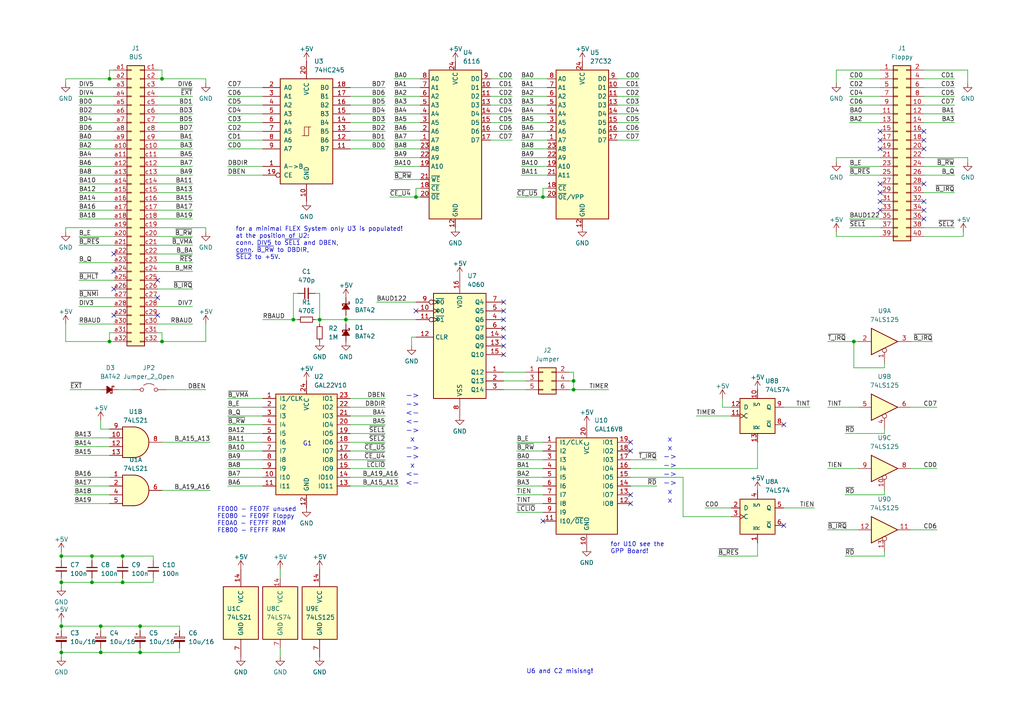
<source format=kicad_sch>
(kicad_sch (version 20231120) (generator "eeschema") (generator_version "8.0")
  (paper "A4")
  (title_block (title "CPU09FLX") (date "2025-01-31") (rev "v1.0") (company "100% Offner") (comment 1 "redraw from kees1948 FLEX and UniFLEX System"))
  (junction (at 157.48 57.15))
  (junction (at 29.21 189.23))
  (junction (at 17.78 189.23))
  (junction (at 31.75 22.86))
  (junction (at 100.33 92.71))
  (junction (at 17.78 168.91))
  (junction (at 46.99 99.06))
  (junction (at 40.64 181.61))
  (junction (at 40.64 189.23))
  (junction (at 35.56 161.29))
  (junction (at 166.37 113.03))
  (junction (at 35.56 168.91))
  (junction (at 31.75 99.06))
  (junction (at 26.67 161.29))
  (junction (at 247.65 99.06))
  (junction (at 92.71 92.71))
  (junction (at 85.09 92.71))
  (junction (at 26.67 168.91))
  (junction (at 166.37 110.49))
  (junction (at 17.78 161.29))
  (junction (at 120.65 57.15))
  (junction (at 17.78 181.61))
  (junction (at 46.99 22.86))
  (junction (at 29.21 181.61))
  (no_connect (at 255.27 58.42))
  (no_connect (at 227.33 152.4))
  (no_connect (at 182.88 143.51))
  (no_connect (at 182.88 146.05))
  (no_connect (at 267.97 58.42))
  (no_connect (at 255.27 40.64))
  (no_connect (at 267.97 53.34))
  (no_connect (at 146.05 97.79))
  (no_connect (at 267.97 43.18))
  (no_connect (at 267.97 60.96))
  (no_connect (at 33.02 91.44))
  (no_connect (at 182.88 130.81))
  (no_connect (at 227.33 123.19))
  (no_connect (at 146.05 92.71))
  (no_connect (at 255.27 53.34))
  (no_connect (at 255.27 38.1))
  (no_connect (at 45.72 91.44))
  (no_connect (at 33.02 78.74))
  (no_connect (at 267.97 38.1))
  (no_connect (at 255.27 55.88))
  (no_connect (at 146.05 100.33))
  (no_connect (at 120.65 90.17))
  (no_connect (at 45.72 86.36))
  (no_connect (at 146.05 87.63))
  (no_connect (at 146.05 90.17))
  (no_connect (at 146.05 102.87))
  (no_connect (at 157.48 151.13))
  (no_connect (at 33.02 83.82))
  (no_connect (at 146.05 95.25))
  (no_connect (at 255.27 60.96))
  (no_connect (at 33.02 73.66))
  (no_connect (at 267.97 40.64))
  (no_connect (at 267.97 63.5))
  (no_connect (at 45.72 81.28))
  (no_connect (at 182.88 128.27))
  (no_connect (at 255.27 43.18))
  (wire (pts (xy 242.57 68.58) (xy 255.27 68.58)))
  (wire (pts (xy 267.97 35.56) (xy 276.86 35.56)))
  (wire (pts (xy 240.03 153.67) (xy 248.92 153.67)))
  (wire (pts (xy 114.3 30.48) (xy 121.92 30.48)))
  (wire (pts (xy 45.72 63.5) (xy 55.88 63.5)))
  (wire (pts (xy 45.72 33.02) (xy 55.88 33.02)))
  (wire (pts (xy 101.6 135.89) (xy 111.76 135.89)))
  (wire (pts (xy 19.05 99.06) (xy 19.05 93.98)))
  (wire (pts (xy 66.04 50.8) (xy 76.2 50.8)))
  (wire (pts (xy 264.16 135.89) (xy 271.78 135.89)))
  (wire (pts (xy 48.26 113.03) (xy 59.69 113.03)))
  (wire (pts (xy 113.03 57.15) (xy 120.65 57.15)))
  (wire (pts (xy 44.45 168.91) (xy 35.56 168.91)))
  (wire (pts (xy 92.71 92.71) (xy 100.33 92.71)))
  (wire (pts (xy 17.78 170.18) (xy 17.78 168.91)))
  (wire (pts (xy 267.97 27.94) (xy 276.86 27.94)))
  (wire (pts (xy 204.47 147.32) (xy 212.09 147.32)))
  (wire (pts (xy 45.72 38.1) (xy 55.88 38.1)))
  (wire (pts (xy 35.56 167.64) (xy 35.56 168.91)))
  (wire (pts (xy 45.72 50.8) (xy 55.88 50.8)))
  (wire (pts (xy 101.6 118.11) (xy 111.76 118.11)))
  (wire (pts (xy 151.13 40.64) (xy 158.75 40.64)))
  (wire (pts (xy 45.72 40.64) (xy 55.88 40.64)))
  (wire (pts (xy 19.05 22.86) (xy 19.05 24.13)))
  (wire (pts (xy 101.6 30.48) (xy 111.76 30.48)))
  (wire (pts (xy 101.6 125.73) (xy 111.76 125.73)))
  (wire (pts (xy 45.72 35.56) (xy 55.88 35.56)))
  (wire (pts (xy 66.04 38.1) (xy 76.2 38.1)))
  (wire (pts (xy 256.54 142.24) (xy 256.54 143.51)))
  (wire (pts (xy 219.71 135.89) (xy 219.71 128.27)))
  (wire (pts (xy 45.72 25.4) (xy 55.88 25.4)))
  (wire (pts (xy 267.97 50.8) (xy 276.86 50.8)))
  (wire (pts (xy 45.72 96.52) (xy 46.99 96.52)))
  (wire (pts (xy 44.45 167.64) (xy 44.45 168.91)))
  (wire (pts (xy 256.54 160.02) (xy 256.54 161.29)))
  (wire (pts (xy 148.59 40.64) (xy 142.24 40.64)))
  (wire (pts (xy 151.13 33.02) (xy 158.75 33.02)))
  (wire (pts (xy 22.86 55.88) (xy 33.02 55.88)))
  (wire (pts (xy 247.65 99.06) (xy 248.92 99.06)))
  (wire (pts (xy 66.04 133.35) (xy 76.2 133.35)))
  (wire (pts (xy 151.13 50.8) (xy 158.75 50.8)))
  (wire (pts (xy 270.51 99.06) (xy 264.16 99.06)))
  (wire (pts (xy 151.13 43.18) (xy 158.75 43.18)))
  (wire (pts (xy 246.38 30.48) (xy 255.27 30.48)))
  (wire (pts (xy 152.4 107.95) (xy 146.05 107.95)))
  (wire (pts (xy 101.6 133.35) (xy 111.76 133.35)))
  (wire (pts (xy 22.86 33.02) (xy 33.02 33.02)))
  (wire (pts (xy 21.59 127) (xy 31.75 127)))
  (wire (pts (xy 182.88 140.97) (xy 190.5 140.97)))
  (wire (pts (xy 256.54 124.46) (xy 256.54 125.73)))
  (wire (pts (xy 100.33 92.71) (xy 120.65 92.71)))
  (wire (pts (xy 101.6 138.43) (xy 115.57 138.43)))
  (wire (pts (xy 66.04 115.57) (xy 76.2 115.57)))
  (wire (pts (xy 31.75 22.86) (xy 33.02 22.86)))
  (wire (pts (xy 101.6 33.02) (xy 111.76 33.02)))
  (wire (pts (xy 66.04 128.27) (xy 76.2 128.27)))
  (wire (pts (xy 158.75 54.61) (xy 157.48 54.61)))
  (wire (pts (xy 35.56 161.29) (xy 44.45 161.29)))
  (wire (pts (xy 66.04 130.81) (xy 76.2 130.81)))
  (wire (pts (xy 151.13 48.26) (xy 158.75 48.26)))
  (wire (pts (xy 81.28 187.96) (xy 81.28 190.5)))
  (wire (pts (xy 33.02 99.06) (xy 31.75 99.06)))
  (wire (pts (xy 151.13 25.4) (xy 158.75 25.4)))
  (wire (pts (xy 46.99 22.86) (xy 45.72 22.86)))
  (wire (pts (xy 22.86 60.96) (xy 33.02 60.96)))
  (wire (pts (xy 149.86 138.43) (xy 157.48 138.43)))
  (wire (pts (xy 149.86 143.51) (xy 157.48 143.51)))
  (wire (pts (xy 114.3 52.07) (xy 121.92 52.07)))
  (wire (pts (xy 114.3 40.64) (xy 121.92 40.64)))
  (wire (pts (xy 267.97 30.48) (xy 276.86 30.48)))
  (wire (pts (xy 45.72 45.72) (xy 55.88 45.72)))
  (wire (pts (xy 22.86 58.42) (xy 33.02 58.42)))
  (wire (pts (xy 185.42 22.86) (xy 179.07 22.86)))
  (wire (pts (xy 264.16 118.11) (xy 271.78 118.11)))
  (wire (pts (xy 209.55 115.57) (xy 209.55 118.11)))
  (wire (pts (xy 21.59 129.54) (xy 31.75 129.54)))
  (wire (pts (xy 66.04 33.02) (xy 76.2 33.02)))
  (wire (pts (xy 19.05 66.04) (xy 33.02 66.04)))
  (wire (pts (xy 152.4 113.03) (xy 146.05 113.03)))
  (wire (pts (xy 17.78 161.29) (xy 17.78 160.02)))
  (wire (pts (xy 21.59 140.97) (xy 31.75 140.97)))
  (wire (pts (xy 22.86 63.5) (xy 33.02 63.5)))
  (wire (pts (xy 109.22 87.63) (xy 120.65 87.63)))
  (wire (pts (xy 114.3 33.02) (xy 121.92 33.02)))
  (wire (pts (xy 208.28 161.29) (xy 219.71 161.29)))
  (wire (pts (xy 22.86 68.58) (xy 33.02 68.58)))
  (wire (pts (xy 31.75 124.46) (xy 29.21 124.46)))
  (wire (pts (xy 92.71 92.71) (xy 92.71 93.98)))
  (wire (pts (xy 22.86 30.48) (xy 33.02 30.48)))
  (wire (pts (xy 148.59 33.02) (xy 142.24 33.02)))
  (wire (pts (xy 166.37 113.03) (xy 165.1 113.03)))
  (wire (pts (xy 246.38 25.4) (xy 255.27 25.4)))
  (wire (pts (xy 85.09 85.09) (xy 85.09 92.71)))
  (wire (pts (xy 59.69 66.04) (xy 59.69 67.31)))
  (wire (pts (xy 29.21 181.61) (xy 40.64 181.61)))
  (wire (pts (xy 151.13 27.94) (xy 158.75 27.94)))
  (wire (pts (xy 267.97 66.04) (xy 276.86 66.04)))
  (wire (pts (xy 31.75 22.86) (xy 19.05 22.86)))
  (wire (pts (xy 21.59 143.51) (xy 31.75 143.51)))
  (wire (pts (xy 22.86 25.4) (xy 33.02 25.4)))
  (wire (pts (xy 264.16 153.67) (xy 271.78 153.67)))
  (wire (pts (xy 198.12 149.86) (xy 212.09 149.86)))
  (wire (pts (xy 246.38 35.56) (xy 255.27 35.56)))
  (wire (pts (xy 21.59 138.43) (xy 31.75 138.43)))
  (wire (pts (xy 149.86 133.35) (xy 157.48 133.35)))
  (wire (pts (xy 19.05 66.04) (xy 19.05 67.31)))
  (wire (pts (xy 22.86 71.12) (xy 33.02 71.12)))
  (wire (pts (xy 101.6 40.64) (xy 111.76 40.64)))
  (wire (pts (xy 256.54 105.41) (xy 256.54 106.68)))
  (wire (pts (xy 52.07 189.23) (xy 40.64 189.23)))
  (wire (pts (xy 267.97 20.32) (xy 280.67 20.32)))
  (wire (pts (xy 246.38 48.26) (xy 255.27 48.26)))
  (wire (pts (xy 198.12 149.86) (xy 198.12 138.43)))
  (wire (pts (xy 157.48 54.61) (xy 157.48 57.15)))
  (wire (pts (xy 101.6 115.57) (xy 111.76 115.57)))
  (wire (pts (xy 242.57 46.99) (xy 242.57 45.72)))
  (wire (pts (xy 91.44 85.09) (xy 92.71 85.09)))
  (wire (pts (xy 22.86 88.9) (xy 33.02 88.9)))
  (wire (pts (xy 22.86 48.26) (xy 33.02 48.26)))
  (wire (pts (xy 255.27 20.32) (xy 242.57 20.32)))
  (wire (pts (xy 148.59 27.94) (xy 142.24 27.94)))
  (wire (pts (xy 227.33 147.32) (xy 236.22 147.32)))
  (wire (pts (xy 280.67 20.32) (xy 280.67 24.13)))
  (wire (pts (xy 227.33 118.11) (xy 234.95 118.11)))
  (wire (pts (xy 242.57 67.31) (xy 242.57 68.58)))
  (wire (pts (xy 46.99 128.27) (xy 60.96 128.27)))
  (wire (pts (xy 45.72 83.82) (xy 55.88 83.82)))
  (wire (pts (xy 46.99 99.06) (xy 59.69 99.06)))
  (wire (pts (xy 152.4 110.49) (xy 146.05 110.49)))
  (wire (pts (xy 31.75 96.52) (xy 31.75 99.06)))
  (wire (pts (xy 185.42 38.1) (xy 179.07 38.1)))
  (wire (pts (xy 45.72 78.74) (xy 55.88 78.74)))
  (wire (pts (xy 66.04 118.11) (xy 76.2 118.11)))
  (wire (pts (xy 149.86 130.81) (xy 157.48 130.81)))
  (wire (pts (xy 114.3 27.94) (xy 121.92 27.94)))
  (wire (pts (xy 114.3 45.72) (xy 121.92 45.72)))
  (wire (pts (xy 182.88 135.89) (xy 219.71 135.89)))
  (wire (pts (xy 29.21 124.46) (xy 29.21 121.92)))
  (wire (pts (xy 22.86 27.94) (xy 33.02 27.94)))
  (wire (pts (xy 22.86 86.36) (xy 33.02 86.36)))
  (wire (pts (xy 240.03 118.11) (xy 248.92 118.11)))
  (wire (pts (xy 22.86 53.34) (xy 33.02 53.34)))
  (wire (pts (xy 120.65 97.79) (xy 119.38 97.79)))
  (wire (pts (xy 101.6 120.65) (xy 111.76 120.65)))
  (wire (pts (xy 100.33 92.71) (xy 100.33 93.98)))
  (wire (pts (xy 26.67 161.29) (xy 35.56 161.29)))
  (wire (pts (xy 185.42 30.48) (xy 179.07 30.48)))
  (wire (pts (xy 22.86 50.8) (xy 33.02 50.8)))
  (wire (pts (xy 52.07 181.61) (xy 52.07 182.88)))
  (wire (pts (xy 66.04 120.65) (xy 76.2 120.65)))
  (wire (pts (xy 26.67 167.64) (xy 26.67 168.91)))
  (wire (pts (xy 151.13 38.1) (xy 158.75 38.1)))
  (wire (pts (xy 120.65 57.15) (xy 121.92 57.15)))
  (wire (pts (xy 40.64 181.61) (xy 40.64 182.88)))
  (wire (pts (xy 45.72 58.42) (xy 55.88 58.42)))
  (wire (pts (xy 148.59 35.56) (xy 142.24 35.56)))
  (wire (pts (xy 185.42 40.64) (xy 179.07 40.64)))
  (wire (pts (xy 22.86 81.28) (xy 33.02 81.28)))
  (wire (pts (xy 245.11 161.29) (xy 256.54 161.29)))
  (wire (pts (xy 182.88 133.35) (xy 190.5 133.35)))
  (wire (pts (xy 33.02 20.32) (xy 31.75 20.32)))
  (wire (pts (xy 66.04 43.18) (xy 76.2 43.18)))
  (wire (pts (xy 45.72 30.48) (xy 55.88 30.48)))
  (wire (pts (xy 185.42 35.56) (xy 179.07 35.56)))
  (wire (pts (xy 45.72 73.66) (xy 55.88 73.66)))
  (wire (pts (xy 45.72 53.34) (xy 55.88 53.34)))
  (wire (pts (xy 148.59 38.1) (xy 142.24 38.1)))
  (wire (pts (xy 21.59 146.05) (xy 31.75 146.05)))
  (wire (pts (xy 46.99 96.52) (xy 46.99 99.06)))
  (wire (pts (xy 17.78 181.61) (xy 17.78 180.34)))
  (wire (pts (xy 246.38 22.86) (xy 255.27 22.86)))
  (wire (pts (xy 45.72 20.32) (xy 46.99 20.32)))
  (wire (pts (xy 246.38 66.04) (xy 255.27 66.04)))
  (wire (pts (xy 22.86 93.98) (xy 33.02 93.98)))
  (wire (pts (xy 40.64 189.23) (xy 29.21 189.23)))
  (wire (pts (xy 101.6 123.19) (xy 111.76 123.19)))
  (wire (pts (xy 267.97 48.26) (xy 276.86 48.26)))
  (wire (pts (xy 20.32 113.03) (xy 29.21 113.03)))
  (wire (pts (xy 59.69 22.86) (xy 59.69 24.13)))
  (wire (pts (xy 45.72 60.96) (xy 55.88 60.96)))
  (wire (pts (xy 46.99 142.24) (xy 60.96 142.24)))
  (wire (pts (xy 45.72 68.58) (xy 55.88 68.58)))
  (wire (pts (xy 166.37 113.03) (xy 176.53 113.03)))
  (wire (pts (xy 246.38 33.02) (xy 255.27 33.02)))
  (wire (pts (xy 114.3 25.4) (xy 121.92 25.4)))
  (wire (pts (xy 26.67 161.29) (xy 26.67 162.56)))
  (wire (pts (xy 66.04 30.48) (xy 76.2 30.48)))
  (wire (pts (xy 246.38 50.8) (xy 255.27 50.8)))
  (wire (pts (xy 120.65 54.61) (xy 120.65 57.15)))
  (wire (pts (xy 245.11 125.73) (xy 256.54 125.73)))
  (wire (pts (xy 280.67 46.99) (xy 280.67 45.72)))
  (wire (pts (xy 17.78 162.56) (xy 17.78 161.29)))
  (wire (pts (xy 45.72 55.88) (xy 55.88 55.88)))
  (wire (pts (xy 92.71 85.09) (xy 92.71 92.71)))
  (wire (pts (xy 219.71 161.29) (xy 219.71 157.48)))
  (wire (pts (xy 114.3 43.18) (xy 121.92 43.18)))
  (wire (pts (xy 101.6 35.56) (xy 111.76 35.56)))
  (wire (pts (xy 45.72 76.2) (xy 55.88 76.2)))
  (wire (pts (xy 22.86 43.18) (xy 33.02 43.18)))
  (wire (pts (xy 29.21 187.96) (xy 29.21 189.23)))
  (wire (pts (xy 66.04 123.19) (xy 76.2 123.19)))
  (wire (pts (xy 101.6 27.94) (xy 111.76 27.94)))
  (wire (pts (xy 31.75 99.06) (xy 19.05 99.06)))
  (wire (pts (xy 17.78 190.5) (xy 17.78 189.23)))
  (wire (pts (xy 85.09 92.71) (xy 86.36 92.71)))
  (wire (pts (xy 267.97 25.4) (xy 276.86 25.4)))
  (wire (pts (xy 66.04 135.89) (xy 76.2 135.89)))
  (wire (pts (xy 66.04 35.56) (xy 76.2 35.56)))
  (wire (pts (xy 22.86 38.1) (xy 33.02 38.1)))
  (wire (pts (xy 76.2 92.71) (xy 85.09 92.71)))
  (wire (pts (xy 45.72 48.26) (xy 55.88 48.26)))
  (wire (pts (xy 66.04 125.73) (xy 76.2 125.73)))
  (wire (pts (xy 182.88 138.43) (xy 198.12 138.43)))
  (wire (pts (xy 45.72 27.94) (xy 55.88 27.94)))
  (wire (pts (xy 45.72 88.9) (xy 55.88 88.9)))
  (wire (pts (xy 149.86 57.15) (xy 157.48 57.15)))
  (wire (pts (xy 114.3 48.26) (xy 121.92 48.26)))
  (wire (pts (xy 46.99 20.32) (xy 46.99 22.86)))
  (wire (pts (xy 66.04 138.43) (xy 76.2 138.43)))
  (wire (pts (xy 151.13 22.86) (xy 158.75 22.86)))
  (wire (pts (xy 165.1 107.95) (xy 166.37 107.95)))
  (wire (pts (xy 114.3 22.86) (xy 121.92 22.86)))
  (wire (pts (xy 185.42 33.02) (xy 179.07 33.02)))
  (wire (pts (xy 101.6 43.18) (xy 111.76 43.18)))
  (wire (pts (xy 45.72 93.98) (xy 55.88 93.98)))
  (wire (pts (xy 66.04 140.97) (xy 76.2 140.97)))
  (wire (pts (xy 38.1 113.03) (xy 34.29 113.03)))
  (wire (pts (xy 246.38 27.94) (xy 255.27 27.94)))
  (wire (pts (xy 17.78 168.91) (xy 17.78 167.64)))
  (wire (pts (xy 151.13 45.72) (xy 158.75 45.72)))
  (wire (pts (xy 35.56 168.91) (xy 26.67 168.91)))
  (wire (pts (xy 267.97 22.86) (xy 276.86 22.86)))
  (wire (pts (xy 66.04 27.94) (xy 76.2 27.94)))
  (wire (pts (xy 267.97 55.88) (xy 276.86 55.88)))
  (wire (pts (xy 212.09 120.65) (xy 201.93 120.65)))
  (wire (pts (xy 240.03 99.06) (xy 247.65 99.06)))
  (wire (pts (xy 101.6 25.4) (xy 111.76 25.4)))
  (wire (pts (xy 45.72 66.04) (xy 59.69 66.04)))
  (wire (pts (xy 246.38 63.5) (xy 255.27 63.5)))
  (wire (pts (xy 256.54 106.68) (xy 247.65 106.68)))
  (wire (pts (xy 29.21 189.23) (xy 17.78 189.23)))
  (wire (pts (xy 119.38 97.79) (xy 119.38 100.33)))
  (wire (pts (xy 114.3 35.56) (xy 121.92 35.56)))
  (wire (pts (xy 17.78 181.61) (xy 29.21 181.61)))
  (wire (pts (xy 26.67 168.91) (xy 17.78 168.91)))
  (wire (pts (xy 267.97 45.72) (xy 280.67 45.72)))
  (wire (pts (xy 86.36 85.09) (xy 85.09 85.09)))
  (wire (pts (xy 40.64 187.96) (xy 40.64 189.23)))
  (wire (pts (xy 91.44 92.71) (xy 92.71 92.71)))
  (wire (pts (xy 22.86 35.56) (xy 33.02 35.56)))
  (wire (pts (xy 245.11 143.51) (xy 256.54 143.51)))
  (wire (pts (xy 149.86 128.27) (xy 157.48 128.27)))
  (wire (pts (xy 45.72 71.12) (xy 55.88 71.12)))
  (wire (pts (xy 148.59 22.86) (xy 142.24 22.86)))
  (wire (pts (xy 35.56 161.29) (xy 35.56 162.56)))
  (wire (pts (xy 29.21 181.61) (xy 29.21 182.88)))
  (wire (pts (xy 59.69 99.06) (xy 59.69 93.98)))
  (wire (pts (xy 101.6 140.97) (xy 115.57 140.97)))
  (wire (pts (xy 66.04 48.26) (xy 76.2 48.26)))
  (wire (pts (xy 165.1 110.49) (xy 166.37 110.49)))
  (wire (pts (xy 22.86 40.64) (xy 33.02 40.64)))
  (wire (pts (xy 148.59 30.48) (xy 142.24 30.48)))
  (wire (pts (xy 33.02 96.52) (xy 31.75 96.52)))
  (wire (pts (xy 101.6 130.81) (xy 111.76 130.81)))
  (wire (pts (xy 66.04 25.4) (xy 76.2 25.4)))
  (wire (pts (xy 22.86 76.2) (xy 33.02 76.2)))
  (wire (pts (xy 240.03 135.89) (xy 248.92 135.89)))
  (wire (pts (xy 185.42 25.4) (xy 179.07 25.4)))
  (wire (pts (xy 149.86 146.05) (xy 157.48 146.05)))
  (wire (pts (xy 149.86 135.89) (xy 157.48 135.89)))
  (wire (pts (xy 101.6 128.27) (xy 111.76 128.27)))
  (wire (pts (xy 157.48 57.15) (xy 158.75 57.15)))
  (wire (pts (xy 279.4 67.31) (xy 279.4 68.58)))
  (wire (pts (xy 45.72 99.06) (xy 46.99 99.06)))
  (wire (pts (xy 247.65 106.68) (xy 247.65 99.06)))
  (wire (pts (xy 17.78 182.88) (xy 17.78 181.61)))
  (wire (pts (xy 40.64 181.61) (xy 52.07 181.61)))
  (wire (pts (xy 31.75 20.32) (xy 31.75 22.86)))
  (wire (pts (xy 17.78 161.29) (xy 26.67 161.29)))
  (wire (pts (xy 21.59 132.08) (xy 31.75 132.08)))
  (wire (pts (xy 151.13 30.48) (xy 158.75 30.48)))
  (wire (pts (xy 81.28 165.1) (xy 81.28 167.64)))
  (wire (pts (xy 46.99 22.86) (xy 59.69 22.86)))
  (wire (pts (xy 44.45 161.29) (xy 44.45 162.56)))
  (wire (pts (xy 120.65 54.61) (xy 121.92 54.61)))
  (wire (pts (xy 52.07 187.96) (xy 52.07 189.23)))
  (wire (pts (xy 267.97 33.02) (xy 276.86 33.02)))
  (wire (pts (xy 166.37 107.95) (xy 166.37 110.49)))
  (wire (pts (xy 114.3 38.1) (xy 121.92 38.1)))
  (wire (pts (xy 149.86 140.97) (xy 157.48 140.97)))
  (wire (pts (xy 151.13 35.56) (xy 158.75 35.56)))
  (wire (pts (xy 185.42 27.94) (xy 179.07 27.94)))
  (wire (pts (xy 242.57 20.32) (xy 242.57 24.13)))
  (wire (pts (xy 45.72 43.18) (xy 55.88 43.18)))
  (wire (pts (xy 149.86 148.59) (xy 157.48 148.59)))
  (wire (pts (xy 267.97 68.58) (xy 279.4 68.58)))
  (wire (pts (xy 66.04 40.64) (xy 76.2 40.64)))
  (wire (pts (xy 242.57 45.72) (xy 255.27 45.72)))
  (wire (pts (xy 22.86 45.72) (xy 33.02 45.72)))
  (wire (pts (xy 148.59 25.4) (xy 142.24 25.4)))
  (wire (pts (xy 100.33 91.44) (xy 100.33 92.71)))
  (wire (pts (xy 101.6 38.1) (xy 111.76 38.1)))
  (wire (pts (xy 17.78 189.23) (xy 17.78 187.96)))
  (wire (pts (xy 166.37 110.49) (xy 166.37 113.03)))
  (wire (pts (xy 209.55 118.11) (xy 212.09 118.11)))
  (text "G1\n" (at 89.154 128.778 0) (effects (font (size 1.27 1.27))))
  (text "for U10 see the \nGPP Board!" (at 177.038 159.004 0) (effects (font (size 1.27 1.27)) (justify left)))
  (text "FE000 - FE07F unused\nFE080 - FE09F Floppy\nFE0A0 - FE7FF ROM\nFE800 - FEFFF RAM" (at 62.992 150.876 0) (effects (font (size 1.27 1.27)) (justify left)))
  (text "x\nx\n->\n->\n->\n->\nx\nx" (at 194.31 136.398 0) (effects (font (size 1.5748 1.5748))))
  (text "->\n->\n<-\n<-\n->\nx\n->\n->\nx\n<-\n<-" (at 119.634 127.508 0) (effects (font (size 1.5748 1.5748))))
  (text "U6 and C2 misisng!" (at 152.654 194.818 0) (effects (font (size 1.27 1.27)) (justify left)))
  (text "for a minimal FLEX System only U3 is populated!\nat the position of U2:\nconn. DIV5 to ~{SEL1} and DBEN,\nconn. ~{B_RW} to DBDIR,\n~{SEL2} to +5V." (at 68.326 70.612 0) (effects (font (size 1.27 1.27)) (justify left)))
  (label "BA10" (at 151.13 48.26 0))
  (label "CD3" (at 185.42 30.48 180))
  (label "CD1" (at 66.04 40.64 0))
  (label "BA0" (at 246.38 33.02 0))
  (label "BD2" (at 111.76 38.1 180))
  (label "BA7" (at 66.04 138.43 0))
  (label "CD6" (at 185.42 38.1 180))
  (label "DBDIR" (at 66.04 48.26 0))
  (label "BA9" (at 66.04 133.35 0))
  (label "BD5" (at 111.76 30.48 180))
  (label "CD3" (at 276.86 25.4 180))
  (label "~{SEL1}" (at 111.76 125.73 180))
  (label "~{CE_U5}" (at 149.86 57.15 0))
  (label "CD5" (at 185.42 35.56 180))
  (label "~{EXT}" (at 55.88 27.94 180))
  (label "BD0" (at 22.86 30.48 0))
  (label "CD3" (at 66.04 35.56 0))
  (label "BA6" (at 151.13 38.1 0))
  (label "BA17" (at 55.88 60.96 180))
  (label "~{CE_U5}" (at 111.76 130.81 180))
  (label "BA14" (at 21.59 129.54 0))
  (label "CD6" (at 66.04 27.94 0))
  (label "CD3" (at 148.59 30.48 180))
  (label "CD2" (at 185.42 27.94 180))
  (label "BA9" (at 151.13 45.72 0))
  (label "BD4" (at 111.76 33.02 180))
  (label "BA2" (at 149.86 138.43 0))
  (label "BA5" (at 55.88 45.72 180))
  (label "~{B_VMA}" (at 55.88 71.12 180))
  (label "BA4" (at 22.86 45.72 0))
  (label "BD2" (at 22.86 33.02 0))
  (label "RBAUD" (at 55.88 93.98 180))
  (label "BA11" (at 55.88 53.34 180))
  (label "BA8" (at 151.13 43.18 0))
  (label "BD6" (at 111.76 27.94 180))
  (label "CD0" (at 148.59 22.86 180))
  (label "CD5" (at 148.59 35.56 180))
  (label "~{B_RES}" (at 246.38 50.8 0))
  (label "CD5" (at 66.04 30.48 0))
  (label "BA3" (at 114.3 30.48 0))
  (label "BA1" (at 149.86 135.89 0))
  (label "B_Q" (at 22.86 76.2 0))
  (label "BA6" (at 22.86 48.26 0))
  (label "BA19" (at 21.59 146.05 0))
  (label "DIV7" (at 55.88 88.9 180))
  (label "BD3" (at 55.88 33.02 180))
  (label "TINT" (at 240.03 118.11 0))
  (label "~{B_RW}" (at 149.86 130.81 0))
  (label "B_E" (at 149.86 128.27 0))
  (label "BA3" (at 276.86 35.56 180))
  (label "CD1" (at 185.42 25.4 180))
  (label "BA16" (at 22.86 60.96 0))
  (label "BA7" (at 151.13 40.64 0))
  (label "BA2" (at 114.3 27.94 0))
  (label "~{T_IRQ}" (at 190.5 133.35 180))
  (label "CD0" (at 204.47 147.32 0))
  (label "~{EXT}" (at 20.32 113.03 0))
  (label "~{B_IRQ}" (at 240.03 153.67 0))
  (label "~{LCLIO}" (at 149.86 148.59 0))
  (label "~{SEL2}" (at 276.86 66.04 180))
  (label "~{B_IRQ}" (at 270.51 99.06 180))
  (label "BA0" (at 149.86 133.35 0))
  (label "CD4" (at 66.04 33.02 0))
  (label "BA15" (at 55.88 58.42 180))
  (label "~{CE_U4}" (at 111.76 133.35 180))
  (label "CD0" (at 271.78 135.89 180))
  (label "BA6" (at 114.3 38.1 0))
  (label "BD7" (at 111.76 25.4 180))
  (label "TIEN" (at 149.86 143.51 0))
  (label "CD1" (at 276.86 22.86 180))
  (label "~{B_RW}" (at 55.88 68.58 180))
  (label "TIEN" (at 236.22 147.32 180))
  (label "B_A19_A16" (at 60.96 142.24 180))
  (label "CD7" (at 185.42 40.64 180))
  (label "TINT" (at 149.86 146.05 0))
  (label "~{RD}" (at 245.11 161.29 0))
  (label "~{B_IRQ}" (at 276.86 55.88 180))
  (label "CD2" (at 148.59 27.94 180))
  (label "CD2" (at 246.38 25.4 0))
  (label "BA15" (at 21.59 132.08 0))
  (label "BA8" (at 114.3 43.18 0))
  (label "~{CE_U4}" (at 113.03 57.15 0))
  (label "~{B_RW}" (at 66.04 123.19 0))
  (label "BA10" (at 114.3 48.26 0))
  (label "BA4" (at 111.76 120.65 180))
  (label "~{B_NMI}" (at 22.86 86.36 0))
  (label "DIV4" (at 22.86 27.94 0))
  (label "~{B_RW}" (at 276.86 48.26 180))
  (label "BD1" (at 111.76 40.64 180))
  (label "BA16" (at 21.59 138.43 0))
  (label "BA7" (at 114.3 40.64 0))
  (label "BA1" (at 114.3 25.4 0))
  (label "BA5" (at 114.3 35.56 0))
  (label "BA0" (at 151.13 22.86 0))
  (label "BA1" (at 55.88 40.64 180))
  (label "BA4" (at 114.3 33.02 0))
  (label "~{B_VMA}" (at 66.04 115.57 0))
  (label "BAUD122" (at 109.22 87.63 0))
  (label "B_E" (at 66.04 118.11 0))
  (label "B_E" (at 22.86 68.58 0))
  (label "BA7" (at 55.88 48.26 180))
  (label "BA12" (at 22.86 55.88 0))
  (label "BA12" (at 66.04 125.73 0))
  (label "~{SEL2}" (at 111.76 128.27 180))
  (label "BA5" (at 111.76 123.19 180))
  (label "BD6" (at 22.86 38.1 0))
  (label "BA5" (at 151.13 35.56 0))
  (label "B_MR" (at 55.88 78.74 180))
  (label "CD4" (at 246.38 27.94 0))
  (label "RBAUD" (at 76.2 92.71 0))
  (label "BA17" (at 21.59 140.97 0))
  (label "CD5" (at 276.86 27.94 180))
  (label "BA3" (at 55.88 43.18 180))
  (label "DBDIR" (at 111.76 118.11 180))
  (label "BA1" (at 151.13 25.4 0))
  (label "BA0" (at 114.3 22.86 0))
  (label "CD0" (at 185.42 22.86 180))
  (label "BD0" (at 111.76 43.18 180))
  (label "BD1" (at 55.88 30.48 180))
  (label "CD4" (at 148.59 33.02 180))
  (label "BA4" (at 151.13 33.02 0))
  (label "BA6" (at 66.04 140.97 0))
  (label "BA14" (at 22.86 58.42 0))
  (label "BAUD122" (at 246.38 63.5 0))
  (label "B_Q" (at 66.04 120.65 0))
  (label "BA18" (at 21.59 143.51 0))
  (label "CD6" (at 246.38 30.48 0))
  (label "CD7" (at 271.78 118.11 180))
  (label "BD7" (at 55.88 38.1 180))
  (label "BA9" (at 114.3 45.72 0))
  (label "~{B_IRQ}" (at 55.88 83.82 180))
  (label "CD0" (at 66.04 43.18 0))
  (label "B_A15_A13" (at 60.96 128.27 180))
  (label "~{SEL1}" (at 246.38 66.04 0))
  (label "TIMER" (at 201.93 120.65 0))
  (label "BA11" (at 66.04 128.27 0))
  (label "BA3" (at 149.86 140.97 0))
  (label "BA1" (at 276.86 33.02 180))
  (label "~{B_RES}" (at 208.28 161.29 0))
  (label "BD4" (at 22.86 35.56 0))
  (label "B_BA" (at 55.88 73.66 180))
  (label "~{RD}" (at 245.11 125.73 0))
  (label "BA13" (at 21.59 127 0))
  (label "DBEN" (at 66.04 50.8 0))
  (label "BA2" (at 246.38 35.56 0))
  (label "BA2" (at 22.86 43.18 0))
  (label "BA19" (at 55.88 63.5 180))
  (label "DIV3" (at 22.86 88.9 0))
  (label "~{RES}" (at 55.88 76.2 180))
  (label "DBEN" (at 59.69 113.03 180))
  (label "BA2" (at 151.13 27.94 0))
  (label "CD7" (at 148.59 40.64 180))
  (label "CD2" (at 66.04 38.1 0))
  (label "DBEN" (at 111.76 115.57 180))
  (label "CD0" (at 246.38 22.86 0))
  (label "B_Q" (at 276.86 50.8 180))
  (label "B_A15_A13" (at 115.57 140.97 180))
  (label "BA0" (at 22.86 40.64 0))
  (label "~{B_RES}" (at 22.86 71.12 0))
  (label "~{B_HLT}" (at 22.86 81.28 0))
  (label "CD7" (at 276.86 30.48 180))
  (label "~{T_IRQ}" (at 240.03 99.06 0))
  (label "CD6" (at 271.78 153.67 180))
  (label "CD7" (at 66.04 25.4 0))
  (label "RBAUD" (at 22.86 93.98 0))
  (label "BA3" (at 151.13 30.48 0))
  (label "BA8" (at 22.86 50.8 0))
  (label "DIV5" (at 22.86 25.4 0))
  (label "BA11" (at 151.13 50.8 0))
  (label "DIV6" (at 55.88 25.4 180))
  (label "TINT" (at 234.95 118.11 180))
  (label "TIMER" (at 176.53 113.03 180))
  (label "BA8" (at 66.04 135.89 0))
  (label "B_A19_A16" (at 115.57 138.43 180))
  (label "BA10" (at 22.86 53.34 0))
  (label "TIEN" (at 240.03 135.89 0))
  (label "BA13" (at 55.88 55.88 180))
  (label "~{B_RW}" (at 114.3 52.07 0))
  (label "B_E" (at 246.38 48.26 0))
  (label "CD1" (at 148.59 25.4 180))
  (label "BD5" (at 55.88 35.56 180))
  (label "~{LCLIO}" (at 111.76 135.89 180))
  (label "BD3" (at 111.76 35.56 180))
  (label "BA9" (at 55.88 50.8 180))
  (label "BA18" (at 22.86 63.5 0))
  (label "~{RD}" (at 245.11 143.51 0))
  (label "CD4" (at 185.42 33.02 180))
  (label "CD6" (at 148.59 38.1 180))
  (label "BA10" (at 66.04 130.81 0))
  (label "~{RD}" (at 190.5 140.97 180))
  (symbol (lib_id "power:+5V") (at 29.21 121.92 0) (mirror y) (unit 1)
    (property "Reference" "#PWR029" (effects (hide yes)))
    (property "Value" "+5V" (at 29.21 118.3442 0))
  )
  (symbol (lib_id "power:GND") (at 92.71 190.5 0) (unit 1)
    (property "Reference" "#PWR021" (effects (hide yes)))
    (property "Value" "GND" (at 92.71 194.9434 0))
  )
  (symbol (lib_id "Device:C_Small") (at 17.78 165.1 0) (unit 1)
    (property "Reference" "C7" (at 20.32 163.8362 0) (effects (justify left)))
    (property "Value" "100n" (at 20.32 166.3762 0) (effects (justify left)))
    (property "Description" "Unpolarized capacitor, small symbol" (effects (hide yes)))
  )
  (symbol (lib_id "power:GND") (at 88.9 58.42 0) (unit 1)
    (property "Reference" "#PWR02" (effects (hide yes)))
    (property "Value" "GND" (at 88.9 62.8634 0))
  )
  (symbol (lib_id "Device:C_Polarized_Small") (at 29.21 185.42 0) (unit 1)
    (property "Reference" "C4" (at 31.75 183.6038 0) (effects (justify left)))
    (property "Value" "10u/16" (at 31.75 186.1438 0) (effects (justify left)))
    (property "Description" "Polarized capacitor, small symbol" (effects (hide yes)))
  )
  (symbol (lib_id "Device:C_Polarized_Small") (at 52.07 185.42 0) (unit 1)
    (property "Reference" "C6" (at 54.61 183.6038 0) (effects (justify left)))
    (property "Value" "10u/16" (at 54.61 186.1438 0) (effects (justify left)))
    (property "Description" "Polarized capacitor, small symbol" (effects (hide yes)))
  )
  (symbol (lib_id "power:GND") (at 81.28 190.5 0) (unit 1)
    (property "Reference" "#PWR024" (effects (hide yes)))
    (property "Value" "GND" (at 81.28 194.9434 0))
  )
  (symbol (lib_id "power:GND") (at 19.05 67.31 0) (unit 1)
    (property "Reference" "#PWR?" (effects (hide yes)))
    (property "Value" "GND" (at 19.05 71.7534 0))
  )
  (symbol (lib_id "power:+5V") (at 279.4 67.31 0) (mirror y) (unit 1)
    (property "Reference" "#PWR018" (effects (hide yes)))
    (property "Value" "+5V" (at 279.4 63.7342 0))
  )
  (symbol (lib_id "my_ics_new:GAL22V10") (at 88.9 128.27 0) (unit 1)
    (property "Reference" "U2" (at 91.0941 109.22 0) (effects (justify left)))
    (property "Value" "GAL22V10" (at 91.0941 111.76 0) (effects (justify left)))
    (property "Description" "Programmable Logic Array, DIP-20/SOIC-20/PLCC-20" (effects (hide yes)))
  )
  (symbol (lib_id "74xx:74LS125") (at 92.71 177.8 0) (unit 5)
    (property "Reference" "U9" (at 88.646 176.53 0) (effects (justify left)))
    (property "Value" "74LS125" (at 88.646 179.07 0) (effects (justify left)))
    (property "Datasheet" "http://www.ti.com/lit/gpn/sn74LS125" (effects (hide yes)))
    (property "Description" "Quad buffer 3-State outputs" (effects (hide yes)))
  )
  (symbol (lib_id "Device:D_Schottky_Small_Filled") (at 100.33 88.9 270) (unit 1)
    (property "Reference" "D2" (at 102.87 87.3759 90) (effects (justify left)))
    (property "Value" "BAT42" (at 102.87 89.9159 90) (effects (justify left)))
    (property "Description" "Schottky diode, small symbol, filled shape" (effects (hide yes)))
  )
  (symbol (lib_id "power:GND") (at 19.05 24.13 0) (mirror y) (unit 1)
    (property "Reference" "#PWR?" (effects (hide yes)))
    (property "Value" "GND" (at 19.05 28.5734 0))
  )
  (symbol (lib_id "Device:C_Polarized_Small") (at 40.64 185.42 0) (unit 1)
    (property "Reference" "C5" (at 43.18 183.6038 0) (effects (justify left)))
    (property "Value" "10u/16" (at 43.18 186.1438 0) (effects (justify left)))
    (property "Description" "Polarized capacitor, small symbol" (effects (hide yes)))
  )
  (symbol (lib_id "power:GND") (at 280.67 24.13 0) (unit 1)
    (property "Reference" "#PWR013" (effects (hide yes)))
    (property "Value" "GND" (at 280.67 28.5734 0))
  )
  (symbol (lib_id "power:+5V") (at 19.05 93.98 0) (unit 1)
    (property "Reference" "#PWR?" (effects (hide yes)))
    (property "Value" "+5V" (at 19.05 90.4042 0))
  )
  (symbol (lib_id "Device:R_Small") (at 88.9 92.71 90) (unit 1)
    (property "Reference" "R1" (at 88.9 87.63 90))
    (property "Value" "470E" (at 88.9 90.17 90))
    (property "Description" "Resistor, small symbol" (effects (hide yes)))
  )
  (symbol (lib_id "power:GND") (at 100.33 99.06 0) (unit 1)
    (property "Reference" "#PWR07" (effects (hide yes)))
    (property "Value" "GND" (at 100.33 103.5034 0))
  )
  (symbol (lib_id "Connector:DIN41612_02x32_AC") (at 38.1 58.42 0) (unit 1)
    (property "Reference" "J1" (at 39.37 13.97 0))
    (property "Value" "BUS" (at 39.37 16.51 0))
    (property "Description" "DIN41612 connector, double row (AC), 02x32, script generated (kicad-library-utils/schlib/autogen/connector/)" (effects (hide yes)))
  )
  (symbol (lib_id "power:+5V") (at 219.71 142.24 0) (mirror y) (unit 1)
    (property "Reference" "#PWR032" (effects (hide yes)))
    (property "Value" "+5V" (at 219.71 138.6642 0))
  )
  (symbol (lib_id "power:+5V") (at 81.28 165.1 0) (mirror y) (unit 1)
    (property "Reference" "#PWR023" (effects (hide yes)))
    (property "Value" "+5V" (at 81.28 161.5242 0))
  )
  (symbol (lib_id "74xx:74LS74") (at 219.71 120.65 0) (unit 2)
    (property "Reference" "U8" (at 221.9041 110.49 0) (effects (justify left)))
    (property "Value" "74LS74" (at 221.9041 113.03 0) (effects (justify left)))
    (property "Datasheet" "74xx/74hc_hct74.pdf" (effects (hide yes)))
    (property "Description" "Dual D Flip-flop, Set & Reset" (effects (hide yes)))
  )
  (symbol (lib_id "Device:D_Schottky_Small_Filled") (at 31.75 113.03 0) (mirror y) (unit 1)
    (property "Reference" "D3" (at 32.004 106.68 0))
    (property "Value" "BAT42" (at 32.004 109.22 0))
    (property "Description" "Schottky diode, small symbol, filled shape" (effects (hide yes)))
  )
  (symbol (lib_id "74xx:74LS74") (at 219.71 149.86 0) (unit 1)
    (property "Reference" "U8" (at 221.9041 139.7 0) (effects (justify left)))
    (property "Value" "74LS74" (at 221.9041 142.24 0) (effects (justify left)))
    (property "Datasheet" "74xx/74hc_hct74.pdf" (effects (hide yes)))
    (property "Description" "Dual D Flip-flop, Set & Reset" (effects (hide yes)))
  )
  (symbol (lib_id "Jumper:Jumper_2_Open") (at 43.18 113.03 0) (unit 1) (exclude_from_sim yes)
    (property "Reference" "JP2" (at 43.18 106.68 0))
    (property "Value" "Jumper_2_Open" (at 43.18 109.22 0))
    (property "Description" "Jumper, 2-pole, open" (effects (hide yes)))
  )
  (symbol (lib_id "power:GND") (at 280.67 46.99 0) (unit 1)
    (property "Reference" "#PWR015" (effects (hide yes)))
    (property "Value" "GND" (at 280.67 51.4334 0))
  )
  (symbol (lib_id "Device:C_Small") (at 88.9 85.09 90) (unit 1)
    (property "Reference" "C1" (at 88.9063 78.74 90))
    (property "Value" "470p" (at 88.9063 81.28 90))
    (property "Description" "Unpolarized capacitor, small symbol" (effects (hide yes)))
  )
  (symbol (lib_id "power:GND") (at 133.35 120.65 0) (unit 1)
    (property "Reference" "#PWR04" (effects (hide yes)))
    (property "Value" "GND" (at 133.35 125.0934 0))
  )
  (symbol (lib_id "Device:C_Small") (at 35.56 165.1 0) (unit 1)
    (property "Reference" "C9" (at 38.1 163.8362 0) (effects (justify left)))
    (property "Value" "100n" (at 38.1 166.3762 0) (effects (justify left)))
    (property "Description" "Unpolarized capacitor, small symbol" (effects (hide yes)))
  )
  (symbol (lib_id "power:GND") (at 170.18 158.75 0) (unit 1)
    (property "Reference" "#PWR036" (effects (hide yes)))
    (property "Value" "GND" (at 170.18 163.1934 0))
  )
  (symbol (lib_id "power:+5V") (at 219.71 113.03 0) (mirror y) (unit 1)
    (property "Reference" "#PWR033" (effects (hide yes)))
    (property "Value" "+5V" (at 219.71 109.4542 0))
  )
  (symbol (lib_id "power:GND") (at 242.57 24.13 0) (mirror y) (unit 1)
    (property "Reference" "#PWR014" (effects (hide yes)))
    (property "Value" "GND" (at 242.57 28.5734 0))
  )
  (symbol (lib_id "74xx:74LS125") (at 256.54 135.89 0) (unit 3)
    (property "Reference" "U9" (at 256.54 127 0))
    (property "Value" "74LS125" (at 256.54 129.54 0))
    (property "Datasheet" "http://www.ti.com/lit/gpn/sn74LS125" (effects (hide yes)))
    (property "Description" "Quad buffer 3-State outputs" (effects (hide yes)))
  )
  (symbol (lib_id "power:GND") (at 242.57 46.99 0) (unit 1)
    (property "Reference" "#PWR016" (effects (hide yes)))
    (property "Value" "GND" (at 242.57 51.4334 0))
  )
  (symbol (lib_id "Device:C_Small") (at 44.45 165.1 0) (unit 1)
    (property "Reference" "C10" (at 46.99 163.8362 0) (effects (justify left)))
    (property "Value" "100n" (at 46.99 166.3762 0) (effects (justify left)))
    (property "Description" "Unpolarized capacitor, small symbol" (effects (hide yes)))
  )
  (symbol (lib_id "power:+5V") (at 17.78 180.34 0) (mirror y) (unit 1)
    (property "Reference" "#PWR025" (effects (hide yes)))
    (property "Value" "+5V" (at 17.78 176.7642 0))
  )
  (symbol (lib_id "power:+5V") (at 132.08 17.78 0) (mirror y) (unit 1)
    (property "Reference" "#PWR09" (effects (hide yes)))
    (property "Value" "+5V" (at 132.08 14.2042 0))
  )
  (symbol (lib_id "power:GND") (at 17.78 190.5 0) (unit 1)
    (property "Reference" "#PWR026" (effects (hide yes)))
    (property "Value" "GND" (at 17.78 194.9434 0))
  )
  (symbol (lib_id "power:+5V") (at 133.35 80.01 0) (mirror y) (unit 1)
    (property "Reference" "#PWR03" (effects (hide yes)))
    (property "Value" "+5V" (at 133.35 76.4342 0))
  )
  (symbol (lib_id "power:GND") (at 119.38 100.33 0) (unit 1)
    (property "Reference" "#PWR05" (effects (hide yes)))
    (property "Value" "GND" (at 119.38 104.7734 0))
  )
  (symbol (lib_id "power:+5V") (at 92.71 165.1 0) (mirror y) (unit 1)
    (property "Reference" "#PWR022" (effects (hide yes)))
    (property "Value" "+5V" (at 92.71 161.5242 0))
  )
  (symbol (lib_id "Connector_Generic:Conn_02x03_Odd_Even") (at 157.48 110.49 0) (unit 1)
    (property "Reference" "J2" (at 158.75 101.6 0))
    (property "Value" "Jumper" (at 158.75 104.14 0))
    (property "Description" "Generic connector, double row, 02x03, odd/even pin numbering scheme (row 1 odd numbers, row 2 even numbers), script generated (kicad-library-utils/schlib/autogen/connector/)" (effects (hide yes)))
  )
  (symbol (lib_id "power:+5V") (at 88.9 17.78 0) (mirror y) (unit 1)
    (property "Reference" "#PWR01" (effects (hide yes)))
    (property "Value" "+5V" (at 88.9 14.2042 0))
  )
  (symbol (lib_id "Device:D_Schottky_Small_Filled") (at 100.33 96.52 270) (unit 1)
    (property "Reference" "D1" (at 102.87 94.9959 90) (effects (justify left)))
    (property "Value" "BAT42" (at 102.87 97.5359 90) (effects (justify left)))
    (property "Description" "Schottky diode, small symbol, filled shape" (effects (hide yes)))
  )
  (symbol (lib_id "power:+5V") (at 100.33 86.36 0) (mirror y) (unit 1)
    (property "Reference" "#PWR08" (effects (hide yes)))
    (property "Value" "+5V" (at 100.33 82.7842 0))
  )
  (symbol (lib_id "my_ics_new:6116") (at 132.08 43.18 0) (unit 1)
    (property "Reference" "U4" (at 134.2741 15.24 0) (effects (justify left)))
    (property "Value" "6116" (at 134.2741 17.78 0) (effects (justify left)))
    (property "Footprint" "Package_DIP:DIP-24_W15.24mm" (effects (hide yes)))
    (property "Description" "SRAM 16 KiBit" (effects (hide yes)))
  )
  (symbol (lib_id "power:+5V") (at 59.69 93.98 0) (mirror y) (unit 1)
    (property "Reference" "#PWR?" (effects (hide yes)))
    (property "Value" "+5V" (at 59.69 90.4042 0))
  )
  (symbol (lib_id "power:GND") (at 17.78 170.18 0) (unit 1)
    (property "Reference" "#PWR028" (effects (hide yes)))
    (property "Value" "GND" (at 17.78 174.6234 0))
  )
  (symbol (lib_id "Connector_Generic:Conn_02x20_Odd_Even") (at 260.35 43.18 0) (unit 1)
    (property "Reference" "J1" (at 261.62 13.97 0))
    (property "Value" "Floppy" (at 261.62 16.51 0))
    (property "Description" "Generic connector, double row, 02x20, odd/even pin numbering scheme (row 1 odd numbers, row 2 even numbers), script generated (kicad-library-utils/schlib/autogen/connector/)" (effects (hide yes)))
  )
  (symbol (lib_id "74xx:74LS125") (at 256.54 153.67 0) (unit 4)
    (property "Reference" "U9" (at 256.54 144.78 0))
    (property "Value" "74LS125" (at 256.54 147.32 0))
    (property "Datasheet" "http://www.ti.com/lit/gpn/sn74LS125" (effects (hide yes)))
    (property "Description" "Quad buffer 3-State outputs" (effects (hide yes)))
  )
  (symbol (lib_id "power:GND") (at 59.69 67.31 0) (unit 1)
    (property "Reference" "#PWR?" (effects (hide yes)))
    (property "Value" "GND" (at 59.69 71.7534 0))
  )
  (symbol (lib_id "74xx:74LS21") (at 69.85 177.8 0) (unit 3)
    (property "Reference" "U1" (at 65.786 176.53 0) (effects (justify left)))
    (property "Value" "74LS21" (at 65.786 179.07 0) (effects (justify left)))
    (property "Datasheet" "http://www.ti.com/lit/gpn/sn74LS21" (effects (hide yes)))
    (property "Description" "Dual 4-input AND" (effects (hide yes)))
  )
  (symbol (lib_id "4xxx:4060") (at 133.35 100.33 0) (unit 1)
    (property "Reference" "U7" (at 135.5441 80.01 0) (effects (justify left)))
    (property "Value" "4060" (at 135.5441 82.55 0) (effects (justify left)))
    (property "Datasheet" "https://www.st.com/resource/en/datasheet/m74hc4060.pdf" (effects (hide yes)))
    (property "Description" "Binary counter (14-stages) and oscillator" (effects (hide yes)))
  )
  (symbol (lib_id "74xx:74LS125") (at 256.54 99.06 0) (unit 1)
    (property "Reference" "U9" (at 256.54 90.17 0))
    (property "Value" "74LS125" (at 256.54 92.71 0))
    (property "Datasheet" "http://www.ti.com/lit/gpn/sn74LS125" (effects (hide yes)))
    (property "Description" "Quad buffer 3-State outputs" (effects (hide yes)))
  )
  (symbol (lib_id "power:+5V") (at 209.55 115.57 0) (mirror y) (unit 1)
    (property "Reference" "#PWR034" (effects (hide yes)))
    (property "Value" "+5V" (at 209.55 111.9942 0))
  )
  (symbol (lib_id "Logic_Programmable:GAL16V8") (at 170.18 140.97 0) (unit 1)
    (property "Reference" "U10" (at 172.3741 121.92 0) (effects (justify left)))
    (property "Value" "GAL16V8" (at 172.3741 124.46 0) (effects (justify left)))
    (property "Description" "Programmable Logic Array, DIP-20/SOIC-20/PLCC-20" (effects (hide yes)))
  )
  (symbol (lib_id "power:+5V") (at 170.18 123.19 0) (mirror y) (unit 1)
    (property "Reference" "#PWR035" (effects (hide yes)))
    (property "Value" "+5V" (at 170.18 119.6142 0))
  )
  (symbol (lib_id "power:GND") (at 92.71 99.06 0) (unit 1)
    (property "Reference" "#PWR06" (effects (hide yes)))
    (property "Value" "GND" (at 92.71 103.5034 0))
  )
  (symbol (lib_id "74xx:74LS21") (at 39.37 142.24 0) (unit 1)
    (property "Reference" "U1" (at 39.3603 133.35 0))
    (property "Value" "74LS21" (at 39.3603 135.89 0))
    (property "Datasheet" "http://www.ti.com/lit/gpn/sn74LS21" (effects (hide yes)))
    (property "Description" "Dual 4-input AND" (effects (hide yes)))
  )
  (symbol (lib_id "my_ics_new:27C32") (at 168.91 43.18 0) (unit 1)
    (property "Reference" "U5" (at 171.1041 15.24 0) (effects (justify left)))
    (property "Value" "27C32" (at 171.1041 17.78 0) (effects (justify left)))
    (property "Footprint" "Package_DIP:DIP-24_W15.24mm" (effects (hide yes)))
    (property "Description" "OTP EPROM 32 KiBit, [Obsolete 2004-01]" (effects (hide yes)))
  )
  (symbol (lib_id "Device:C_Polarized_Small") (at 17.78 185.42 0) (unit 1)
    (property "Reference" "C3" (at 20.32 183.6038 0) (effects (justify left)))
    (property "Value" "10u/16" (at 20.32 186.1438 0) (effects (justify left)))
    (property "Description" "Polarized capacitor, small symbol" (effects (hide yes)))
  )
  (symbol (lib_id "power:GND") (at 132.08 66.04 0) (unit 1)
    (property "Reference" "#PWR010" (effects (hide yes)))
    (property "Value" "GND" (at 132.08 70.4834 0))
  )
  (symbol (lib_id "power:+5V") (at 242.57 67.31 0) (mirror y) (unit 1)
    (property "Reference" "#PWR017" (effects (hide yes)))
    (property "Value" "+5V" (at 242.57 63.7342 0))
  )
  (symbol (lib_id "power:+5V") (at 17.78 160.02 0) (mirror y) (unit 1)
    (property "Reference" "#PWR027" (effects (hide yes)))
    (property "Value" "+5V" (at 17.78 156.4442 0))
  )
  (symbol (lib_id "power:GND") (at 88.9 147.32 0) (unit 1)
    (property "Reference" "#PWR031" (effects (hide yes)))
    (property "Value" "GND" (at 88.9 151.7634 0))
  )
  (symbol (lib_id "74xx:74LS245") (at 88.9 38.1 0) (unit 1)
    (property "Reference" "U3" (at 91.0941 17.78 0) (effects (justify left)))
    (property "Value" "74HC245" (at 91.0941 20.32 0) (effects (justify left)))
    (property "Datasheet" "http://www.ti.com/lit/gpn/sn74LS245" (effects (hide yes)))
    (property "Description" "Octal BUS Transceivers, 3-State outputs" (effects (hide yes)))
  )
  (symbol (lib_id "power:GND") (at 59.69 24.13 0) (unit 1)
    (property "Reference" "#PWR?" (effects (hide yes)))
    (property "Value" "GND" (at 59.69 28.5734 0))
  )
  (symbol (lib_id "power:+5V") (at 69.85 165.1 0) (mirror y) (unit 1)
    (property "Reference" "#PWR019" (effects (hide yes)))
    (property "Value" "+5V" (at 69.85 161.5242 0))
  )
  (symbol (lib_id "Device:R_Small") (at 92.71 96.52 180) (unit 1)
    (property "Reference" "R2" (at 95.25 95.2499 0) (effects (justify right)))
    (property "Value" "1M" (at 95.25 97.7899 0) (effects (justify right)))
    (property "Description" "Resistor, small symbol" (effects (hide yes)))
  )
  (symbol (lib_id "Device:C_Small") (at 26.67 165.1 0) (unit 1)
    (property "Reference" "C8" (at 29.21 163.8362 0) (effects (justify left)))
    (property "Value" "100n" (at 29.21 166.3762 0) (effects (justify left)))
    (property "Description" "Unpolarized capacitor, small symbol" (effects (hide yes)))
  )
  (symbol (lib_id "power:GND") (at 168.91 66.04 0) (unit 1)
    (property "Reference" "#PWR012" (effects (hide yes)))
    (property "Value" "GND" (at 168.91 70.4834 0))
  )
  (symbol (lib_id "power:+5V") (at 168.91 17.78 0) (mirror y) (unit 1)
    (property "Reference" "#PWR011" (effects (hide yes)))
    (property "Value" "+5V" (at 168.91 14.2042 0))
  )
  (symbol (lib_id "74xx:74LS125") (at 256.54 118.11 0) (unit 2)
    (property "Reference" "U9" (at 256.54 109.22 0))
    (property "Value" "74LS125" (at 256.54 111.76 0))
    (property "Datasheet" "http://www.ti.com/lit/gpn/sn74LS125" (effects (hide yes)))
    (property "Description" "Quad buffer 3-State outputs" (effects (hide yes)))
  )
  (symbol (lib_id "74xx:74LS74") (at 81.28 177.8 0) (unit 3)
    (property "Reference" "U8" (at 77.216 176.53 0) (effects (justify left)))
    (property "Value" "74LS74" (at 77.216 179.07 0) (effects (justify left)))
    (property "Datasheet" "74xx/74hc_hct74.pdf" (effects (hide yes)))
    (property "Description" "Dual D Flip-flop, Set & Reset" (effects (hide yes)))
  )
  (symbol (lib_id "74xx:74LS21") (at 39.37 128.27 0) (unit 2)
    (property "Reference" "U1" (at 39.3603 119.38 0))
    (property "Value" "74LS21" (at 39.3603 121.92 0))
    (property "Datasheet" "http://www.ti.com/lit/gpn/sn74LS21" (effects (hide yes)))
    (property "Description" "Dual 4-input AND" (effects (hide yes)))
  )
  (symbol (lib_id "power:+5V") (at 88.9 110.49 0) (mirror y) (unit 1)
    (property "Reference" "#PWR030" (effects (hide yes)))
    (property "Value" "+5V" (at 88.9 106.9142 0))
  )
  (symbol (lib_id "power:GND") (at 69.85 190.5 0) (unit 1)
    (property "Reference" "#PWR020" (effects (hide yes)))
    (property "Value" "GND" (at 69.85 194.9434 0))
  )
)
</source>
